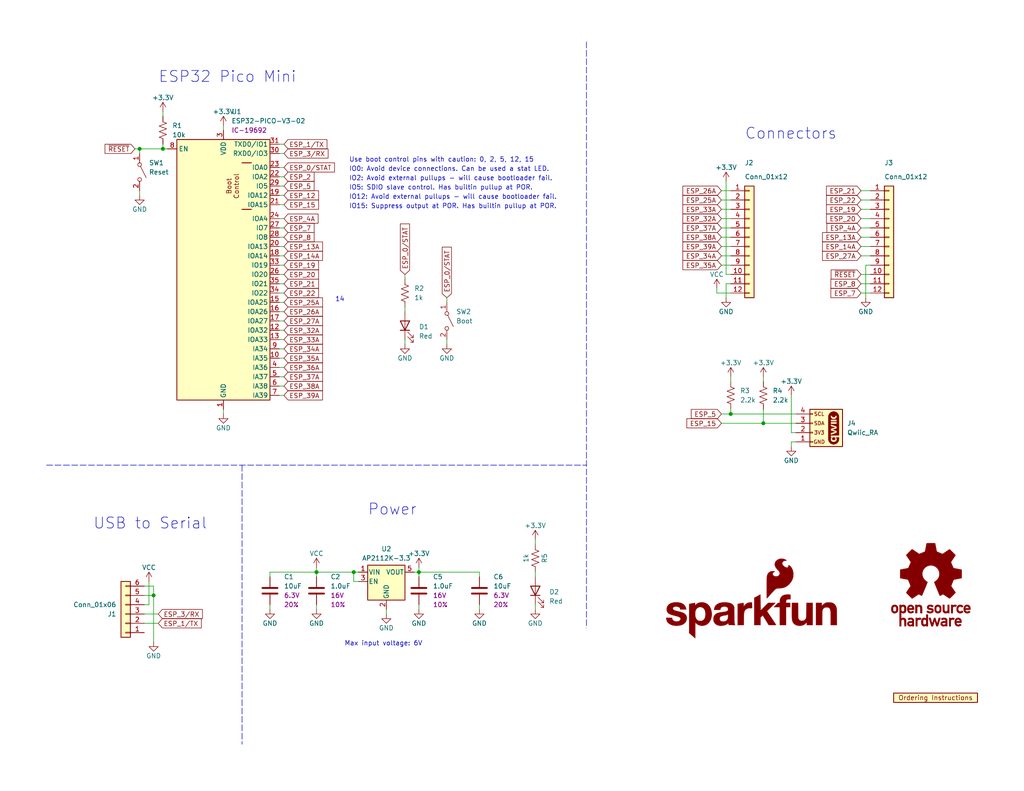
<source format=kicad_sch>
(kicad_sch (version 20230121) (generator eeschema)
  (paper "USLetter")
  (title_block (title "BlueSMiRF - ESP32") (date "2023-07-29") (rev "v10") (comment 1 "Designed by: N. Seidle"))
  (lib_symbols
    (symbol "SparkFun-Aesthetic:OSHW_Logo" (pin_names (offset 1.016)) (in_bom no))
    (symbol "SparkFun-Aesthetic:Ordering_Instructions"
      (symbol "Ordering_Instructions_1_1"
        (text "Ordering Instructions" (at 1.27 0 0) (effects (font (size 1.27 1.27))))
      )
    )
    (symbol "SparkFun-Aesthetic:SparkFun_Logo" (pin_names (offset 1.016)) (on_board no))
    (symbol "SparkFun-Capacitor:1.0uF_0603_16V_10%" (pin_numbers hide) (pin_names (offset 0.254))
      (property "Reference" "C" (at 0.635 2.54 0))
      (property "Value" "1.0uF" (at 0.635 -2.54 0))
      (property "Voltage" "16V" (at 0 -6.35 0))
      (property "Tolerance" "10%" (at 0 -8.89 0))
      (symbol "1.0uF_0603_16V_10%_1_1"
        (pin passive line (at 0 3.81 270) (length 2.794) (name "~") (number "1"))
        (pin passive line (at 0 -3.81 90) (length 2.794) (name "~") (number "2"))
      )
    )
    (symbol "SparkFun-Capacitor:10uF_0603_6.3V_20%" (pin_numbers hide) (pin_names (offset 0.254))
      (property "Reference" "C" (at 0.635 2.54 0))
      (property "Value" "10uF" (at 0.635 -2.54 0))
      (property "Voltage" "6.3V" (at 0 -8.89 0))
      (property "Tolerance" "20%" (at 0 -6.35 0))
      (symbol "10uF_0603_6.3V_20%_1_1"
        (pin passive line (at 0 3.81 270) (length 2.794) (name "~") (number "1"))
        (pin passive line (at 0 -3.81 90) (length 2.794) (name "~") (number "2"))
      )
    )
    (symbol "SparkFun-Connector:Conn_01x06" (pin_names (offset 1.016) hide)
      (property "Reference" "J" (at 0 7.62 0))
      (property "Value" "Conn_01x06" (at 0 -10.16 0))
      (symbol "Conn_01x06_1_1"
        (pin passive line (at -5.08 5.08 0) (length 3.81) (name "Pin_1") (number "1"))
        (pin passive line (at -5.08 2.54 0) (length 3.81) (name "Pin_2") (number "2"))
        (pin passive line (at -5.08 0 0) (length 3.81) (name "Pin_3") (number "3"))
        (pin passive line (at -5.08 -2.54 0) (length 3.81) (name "Pin_4") (number "4"))
        (pin passive line (at -5.08 -5.08 0) (length 3.81) (name "Pin_5") (number "5"))
        (pin passive line (at -5.08 -7.62 0) (length 3.81) (name "Pin_6") (number "6"))
      )
    )
    (symbol "SparkFun-Connector:Conn_01x12" (pin_names (offset 1.016) hide)
      (property "Reference" "J" (at 0 15.24 0))
      (property "Value" "Conn_01x12" (at 0 -17.78 0))
      (symbol "Conn_01x12_1_1"
        (pin passive line (at -5.08 12.7 0) (length 3.81) (name "Pin_1") (number "1"))
        (pin passive line (at -5.08 -10.16 0) (length 3.81) (name "Pin_10") (number "10"))
        (pin passive line (at -5.08 -12.7 0) (length 3.81) (name "Pin_11") (number "11"))
        (pin passive line (at -5.08 -15.24 0) (length 3.81) (name "Pin_12") (number "12"))
        (pin passive line (at -5.08 10.16 0) (length 3.81) (name "Pin_2") (number "2"))
        (pin passive line (at -5.08 7.62 0) (length 3.81) (name "Pin_3") (number "3"))
        (pin passive line (at -5.08 5.08 0) (length 3.81) (name "Pin_4") (number "4"))
        (pin passive line (at -5.08 2.54 0) (length 3.81) (name "Pin_5") (number "5"))
        (pin passive line (at -5.08 0 0) (length 3.81) (name "Pin_6") (number "6"))
        (pin passive line (at -5.08 -2.54 0) (length 3.81) (name "Pin_7") (number "7"))
        (pin passive line (at -5.08 -5.08 0) (length 3.81) (name "Pin_8") (number "8"))
        (pin passive line (at -5.08 -7.62 0) (length 3.81) (name "Pin_9") (number "9"))
      )
    )
    (symbol "SparkFun-Connector:Qwiic_Right_Angle" (pin_names (offset 1.016) hide)
      (property "Reference" "J" (at 0 5.08 0))
      (property "Value" "Qwiic_RA" (at 0 -7.62 0))
      (symbol "Qwiic_Right_Angle_1_1"
        (text "3V3" (at 1.27 -2.54 0) (effects (font (size 1 1))))
        (text "GND" (at 1.27 -5.08 0) (effects (font (size 1 1))))
        (text "SCL" (at 1.27 2.54 0) (effects (font (size 1 1))))
        (text "SDA" (at 1.27 0 0) (effects (font (size 1 1))))
        (pin passive line (at -5.08 -5.08 0) (length 3.81) (name "Pin_1") (number "1"))
        (pin passive line (at -5.08 -2.54 0) (length 3.81) (name "Pin_2") (number "2"))
        (pin passive line (at -5.08 0 0) (length 3.81) (name "Pin_3") (number "3"))
        (pin passive line (at -5.08 2.54 0) (length 3.81) (name "Pin_4") (number "4"))
      )
    )
    (symbol "SparkFun-LED:LED_Red_0603" (pin_numbers hide) (pin_names (offset 1.016) hide)
      (property "Reference" "D" (at 0 2.54 0))
      (property "Value" "Red" (at 0 -2.54 0))
      (symbol "LED_Red_0603_1_1"
        (pin passive line (at -3.81 0 0) (length 2.54) (name "K") (number "1"))
        (pin passive line (at 3.81 0 180) (length 2.54) (name "A") (number "2"))
      )
    )
    (symbol "SparkFun-PowerSymbol:GND" (power) (pin_names (offset 0))
      (property "Value" "GND" (at 0 -3.81 0))
      (symbol "GND_1_1"
        (pin power_in line (at 0 0 270) (length 0) hide (name "GND") (number "1"))
      )
    )
    (symbol "SparkFun-PowerSymbol:VCC" (power) (pin_names (offset 0))
      (property "Value" "VCC" (at 0 3.81 0))
      (symbol "VCC_1_1"
        (pin power_in line (at 0 0 90) (length 0) hide (name "VCC") (number "1"))
      )
    )
    (symbol "SparkFun-RF:ESP32-PICO-V3-02"
      (property "Reference" "U" (at -12.7 33.02 0))
      (property "Value" "ESP32-PICO-V3-02" (at 1.27 33.02 0))
      (property "PROD_ID" "IC-19692" (at -1.27 -59.69 0))
      (symbol "ESP32-PICO-V3-02_1_1"
        (text "Boot\nControl" (at 2.54 19.05 900) (effects (font (size 1.27 1.27))))
        (pin power_in line (at 0 -41.91 90) (length 2.54) (name "GND") (number "1"))
        (pin input line (at 15.24 -27.94 180) (length 2.54) (name "IA35") (number "10"))
        (pin passive line (at 0 -41.91 90) (length 2.54) hide (name "GND") (number "11"))
        (pin bidirectional line (at 15.24 -20.32 180) (length 2.54) (name "IOA32") (number "12"))
        (pin bidirectional line (at 15.24 -22.86 180) (length 2.54) (name "IOA33") (number "13"))
        (pin passive line (at 0 -41.91 90) (length 2.54) hide (name "GND") (number "14"))
        (pin bidirectional line (at 15.24 -12.7 180) (length 2.54) (name "IOA25") (number "15"))
        (pin bidirectional line (at 15.24 -15.24 180) (length 2.54) (name "IOA26") (number "16"))
        (pin bidirectional line (at 15.24 -17.78 180) (length 2.54) (name "IOA27") (number "17"))
        (pin bidirectional line (at 15.24 0 180) (length 2.54) (name "IOA14") (number "18"))
        (pin bidirectional line (at 15.24 16.51 180) (length 2.54) (name "IOA12") (number "19"))
        (pin passive line (at 0 -41.91 90) (length 2.54) hide (name "GND") (number "2"))
        (pin bidirectional line (at 15.24 2.54 180) (length 2.54) (name "IOA13") (number "20"))
        (pin bidirectional line (at 15.24 13.97 180) (length 2.54) (name "IOA15") (number "21"))
        (pin bidirectional line (at 15.24 21.59 180) (length 2.54) (name "IOA2") (number "22"))
        (pin bidirectional line (at 15.24 24.13 180) (length 2.54) (name "IOA0") (number "23"))
        (pin bidirectional line (at 15.24 10.16 180) (length 2.54) (name "IOA4") (number "24"))
        (pin no_connect line (at -12.7 -11.43 0) (length 2.54) hide (name "NC") (number "25"))
        (pin bidirectional line (at 15.24 -5.08 180) (length 2.54) (name "IO20") (number "26"))
        (pin bidirectional line (at 15.24 7.62 180) (length 2.54) (name "IO7") (number "27"))
        (pin bidirectional line (at 15.24 5.08 180) (length 2.54) (name "IO8") (number "28"))
        (pin bidirectional line (at 15.24 19.05 180) (length 2.54) (name "IO5") (number "29"))
        (pin power_in line (at 0 34.29 270) (length 2.54) (name "VDD") (number "3"))
        (pin bidirectional line (at 15.24 27.94 180) (length 2.54) (name "RXD0/IO3") (number "30"))
        (pin bidirectional line (at 15.24 30.48 180) (length 2.54) (name "TXD0/IO1") (number "31"))
        (pin no_connect line (at -12.7 -13.97 0) (length 2.54) hide (name "NC") (number "32"))
        (pin bidirectional line (at 15.24 -2.54 180) (length 2.54) (name "IO19") (number "33"))
        (pin bidirectional line (at 15.24 -10.16 180) (length 2.54) (name "IO22") (number "34"))
        (pin bidirectional line (at 15.24 -7.62 180) (length 2.54) (name "IO21") (number "35"))
        (pin passive line (at 0 -41.91 90) (length 2.54) hide (name "GND") (number "36"))
        (pin passive line (at 0 -41.91 90) (length 2.54) hide (name "GND") (number "37"))
        (pin passive line (at 0 -41.91 90) (length 2.54) hide (name "GND") (number "38"))
        (pin passive line (at 0 -41.91 90) (length 2.54) hide (name "GND") (number "39"))
        (pin input line (at 15.24 -30.48 180) (length 2.54) (name "IA36") (number "4"))
        (pin passive line (at 0 -41.91 90) (length 2.54) hide (name "GND") (number "40"))
        (pin passive line (at 0 -41.91 90) (length 2.54) hide (name "GND") (number "41"))
        (pin passive line (at 0 -41.91 90) (length 2.54) hide (name "GND") (number "42"))
        (pin passive line (at 0 -41.91 90) (length 2.54) hide (name "GND") (number "43"))
        (pin passive line (at 0 -41.91 90) (length 2.54) hide (name "GND") (number "44"))
        (pin passive line (at 0 -41.91 90) (length 2.54) hide (name "GND") (number "45"))
        (pin passive line (at 0 -41.91 90) (length 2.54) hide (name "GND") (number "46"))
        (pin passive line (at 0 -41.91 90) (length 2.54) hide (name "GND") (number "47"))
        (pin passive line (at 0 -41.91 90) (length 2.54) hide (name "GND") (number "48"))
        (pin passive line (at 0 -41.91 90) (length 2.54) hide (name "GND") (number "49.1"))
        (pin passive line (at 0 -41.91 90) (length 2.54) hide (name "GND") (number "49.2"))
        (pin passive line (at 0 -41.91 90) (length 2.54) hide (name "GND") (number "49.3"))
        (pin passive line (at 0 -41.91 90) (length 2.54) hide (name "GND") (number "49.4"))
        (pin passive line (at 0 -41.91 90) (length 2.54) hide (name "GND") (number "49.5"))
        (pin passive line (at 0 -41.91 90) (length 2.54) hide (name "GND") (number "49.6"))
        (pin passive line (at 0 -41.91 90) (length 2.54) hide (name "GND") (number "49.7"))
        (pin passive line (at 0 -41.91 90) (length 2.54) hide (name "GND") (number "49.8"))
        (pin passive line (at 0 -41.91 90) (length 2.54) hide (name "GND") (number "49.9"))
        (pin input line (at 15.24 -33.02 180) (length 2.54) (name "IA37") (number "5"))
        (pin passive line (at 0 -41.91 90) (length 2.54) hide (name "GND") (number "50"))
        (pin passive line (at 0 -41.91 90) (length 2.54) hide (name "GND") (number "51"))
        (pin passive line (at 0 -41.91 90) (length 2.54) hide (name "GND") (number "52"))
        (pin passive line (at 0 -41.91 90) (length 2.54) hide (name "GND") (number "53"))
        (pin input line (at 15.24 -35.56 180) (length 2.54) (name "IA38") (number "6"))
        (pin input line (at 15.24 -38.1 180) (length 2.54) (name "IA39") (number "7"))
        (pin input line (at -15.24 29.21 0) (length 2.54) (name "EN") (number "8"))
        (pin input line (at 15.24 -25.4 180) (length 2.54) (name "IA34") (number "9"))
      )
    )
    (symbol "SparkFun-Regulator:AP2112K-3.3" (pin_names (offset 0.254))
      (property "Reference" "U3" (at 0 8.89 0))
      (property "Value" "AP2112K-3.3" (at 0 6.35 0))
      (symbol "AP2112K-3.3_1_1"
        (pin power_in line (at -7.62 2.54 0) (length 2.54) (name "VIN") (number "1"))
        (pin power_in line (at 0 -7.62 90) (length 2.54) (name "GND") (number "2"))
        (pin input line (at -7.62 0 0) (length 2.54) (name "EN") (number "3"))
        (pin no_connect line (at 5.08 0 180) (length 2.54) hide (name "NC") (number "4"))
        (pin power_out line (at 7.62 2.54 180) (length 2.54) (name "VOUT") (number "5"))
      )
    )
    (symbol "SparkFun-Resistor:10k_0603" (pin_numbers hide) (pin_names (offset 0))
      (property "Reference" "R" (at 2.54 0 90))
      (property "Value" "10k" (at -2.54 0 90))
      (symbol "10k_0603_1_1"
        (pin passive line (at 0 3.81 270) (length 1.27) (name "~") (number "1"))
        (pin passive line (at 0 -3.81 90) (length 1.27) (name "~") (number "2"))
      )
    )
    (symbol "SparkFun-Resistor:1k_0603" (pin_numbers hide) (pin_names (offset 0))
      (property "Reference" "R" (at 2.54 0 90))
      (property "Value" "1k" (at -2.54 0 90))
      (symbol "1k_0603_1_1"
        (pin passive line (at 0 3.81 270) (length 1.27) (name "~") (number "1"))
        (pin passive line (at 0 -3.81 90) (length 1.27) (name "~") (number "2"))
      )
    )
    (symbol "SparkFun-Resistor:2.2k_0603" (pin_numbers hide) (pin_names (offset 0))
      (property "Reference" "R" (at 2.54 0 90))
      (property "Value" "2.2k" (at -2.54 0 90))
      (symbol "2.2k_0603_1_1"
        (pin passive line (at 0 3.81 270) (length 1.27) (name "~") (number "1"))
        (pin passive line (at 0 -3.81 90) (length 1.27) (name "~") (number "2"))
      )
    )
    (symbol "SparkFun-Switch:SPST_Momentary_4.6x2.8mm" (pin_names (offset 0) hide)
      (property "Reference" "SW" (at 0 3.175 0))
      (property "Value" "SPST_Momentary_4.6x2.8mm" (at 0 -2.54 0))
      (symbol "SPST_Momentary_4.6x2.8mm_1_1"
        (pin passive line (at -5.08 0 0) (length 2.54) (name "A") (number "1"))
        (pin passive line (at 5.08 0 180) (length 2.54) (name "B") (number "2"))
      )
    )
    (symbol "power:+3.3V" (power) (pin_names (offset 0))
      (property "Value" "+3.3V" (at 0 3.556 0))
      (symbol "+3.3V_1_1"
        (pin power_in line (at 0 0 90) (length 0) hide (name "+3.3V") (number "1"))
      )
    )
    (symbol "power:GND" (power) (pin_names (offset 0))
      (property "Value" "GND" (at 0 -3.81 0))
      (symbol "GND_1_1"
        (pin power_in line (at 0 0 270) (length 0) hide (name "GND") (number "1"))
      )
    )
  )
  (junction (at 199.39 113.03))
  (junction (at 44.45 40.64))
  (junction (at 114.3 156.21))
  (junction (at 38.1 40.64))
  (junction (at 208.28 115.57))
  (junction (at 41.91 162.56))
  (junction (at 96.52 156.21))
  (junction (at 86.36 156.21))
  (wire (pts (xy 39.37 165.1) (xy 40.64 165.1)))
  (wire (pts (xy 76.2 50.8) (xy 77.47 50.8)))
  (wire (pts (xy 45.72 40.64) (xy 44.45 40.64)))
  (wire (pts (xy 208.28 111.76) (xy 208.28 115.57)))
  (wire (pts (xy 38.1 40.64) (xy 38.1 41.91)))
  (wire (pts (xy 195.58 78.74) (xy 195.58 80.01)))
  (wire (pts (xy 96.52 156.21) (xy 97.79 156.21)))
  (wire (pts (xy 60.96 34.29) (xy 60.96 35.56)))
  (wire (pts (xy 76.2 69.85) (xy 77.47 69.85)))
  (wire (pts (xy 234.95 80.01) (xy 237.49 80.01)))
  (wire (pts (xy 234.95 52.07) (xy 237.49 52.07)))
  (wire (pts (xy 76.2 45.72) (xy 77.47 45.72)))
  (wire (pts (xy 234.95 77.47) (xy 237.49 77.47)))
  (wire (pts (xy 76.2 90.17) (xy 77.47 90.17)))
  (wire (pts (xy 114.3 156.21) (xy 130.81 156.21)))
  (wire (pts (xy 105.41 166.37) (xy 105.41 167.64)))
  (wire (pts (xy 234.95 59.69) (xy 237.49 59.69)))
  (wire (pts (xy 196.85 62.23) (xy 199.39 62.23)))
  (wire (pts (xy 121.92 81.28) (xy 121.92 82.55)))
  (wire (pts (xy 73.66 156.21) (xy 86.36 156.21)))
  (wire (pts (xy 40.64 158.75) (xy 40.64 165.1)))
  (wire (pts (xy 76.2 92.71) (xy 77.47 92.71)))
  (wire (pts (xy 86.36 165.1) (xy 86.36 166.37)))
  (wire (pts (xy 199.39 113.03) (xy 217.17 113.03)))
  (wire (pts (xy 76.2 74.93) (xy 77.47 74.93)))
  (wire (pts (xy 208.28 102.87) (xy 208.28 104.14)))
  (wire (pts (xy 199.39 77.47) (xy 198.12 77.47)))
  (wire (pts (xy 234.95 67.31) (xy 237.49 67.31)))
  (wire (pts (xy 199.39 74.93) (xy 198.12 74.93)))
  (wire (pts (xy 41.91 160.02) (xy 41.91 162.56)))
  (polyline (pts (xy 66.04 127) (xy 66.04 203.2)) (stroke (width 0) (type dash)))
  (wire (pts (xy 76.2 39.37) (xy 77.47 39.37)))
  (wire (pts (xy 76.2 100.33) (xy 77.47 100.33)))
  (wire (pts (xy 196.85 72.39) (xy 199.39 72.39)))
  (wire (pts (xy 38.1 53.34) (xy 38.1 52.07)))
  (wire (pts (xy 196.85 67.31) (xy 199.39 67.31)))
  (wire (pts (xy 76.2 107.95) (xy 77.47 107.95)))
  (wire (pts (xy 110.49 74.93) (xy 110.49 76.2)))
  (wire (pts (xy 76.2 77.47) (xy 77.47 77.47)))
  (wire (pts (xy 76.2 62.23) (xy 77.47 62.23)))
  (wire (pts (xy 76.2 105.41) (xy 77.47 105.41)))
  (wire (pts (xy 73.66 157.48) (xy 73.66 156.21)))
  (wire (pts (xy 41.91 162.56) (xy 41.91 175.26)))
  (wire (pts (xy 234.95 57.15) (xy 237.49 57.15)))
  (wire (pts (xy 76.2 102.87) (xy 77.47 102.87)))
  (wire (pts (xy 195.58 80.01) (xy 199.39 80.01)))
  (wire (pts (xy 44.45 30.48) (xy 44.45 31.75)))
  (wire (pts (xy 76.2 87.63) (xy 77.47 87.63)))
  (wire (pts (xy 76.2 95.25) (xy 77.47 95.25)))
  (wire (pts (xy 236.22 72.39) (xy 236.22 81.28)))
  (wire (pts (xy 86.36 154.94) (xy 86.36 156.21)))
  (wire (pts (xy 234.95 54.61) (xy 237.49 54.61)))
  (wire (pts (xy 76.2 55.88) (xy 77.47 55.88)))
  (wire (pts (xy 39.37 160.02) (xy 41.91 160.02)))
  (wire (pts (xy 234.95 62.23) (xy 237.49 62.23)))
  (wire (pts (xy 146.05 165.1) (xy 146.05 166.37)))
  (wire (pts (xy 196.85 57.15) (xy 199.39 57.15)))
  (wire (pts (xy 199.39 102.87) (xy 199.39 104.14)))
  (wire (pts (xy 196.85 115.57) (xy 208.28 115.57)))
  (wire (pts (xy 76.2 85.09) (xy 77.47 85.09)))
  (wire (pts (xy 36.83 40.64) (xy 38.1 40.64)))
  (wire (pts (xy 86.36 156.21) (xy 86.36 157.48)))
  (wire (pts (xy 97.79 158.75) (xy 96.52 158.75)))
  (wire (pts (xy 130.81 156.21) (xy 130.81 157.48)))
  (wire (pts (xy 76.2 67.31) (xy 77.47 67.31)))
  (wire (pts (xy 114.3 165.1) (xy 114.3 166.37)))
  (wire (pts (xy 76.2 53.34) (xy 77.47 53.34)))
  (wire (pts (xy 76.2 48.26) (xy 77.47 48.26)))
  (wire (pts (xy 39.37 167.64) (xy 43.18 167.64)))
  (wire (pts (xy 196.85 59.69) (xy 199.39 59.69)))
  (wire (pts (xy 96.52 158.75) (xy 96.52 156.21)))
  (wire (pts (xy 44.45 40.64) (xy 44.45 39.37)))
  (wire (pts (xy 196.85 64.77) (xy 199.39 64.77)))
  (wire (pts (xy 196.85 52.07) (xy 199.39 52.07)))
  (wire (pts (xy 196.85 54.61) (xy 199.39 54.61)))
  (wire (pts (xy 60.96 113.03) (xy 60.96 111.76)))
  (wire (pts (xy 199.39 111.76) (xy 199.39 113.03)))
  (wire (pts (xy 76.2 97.79) (xy 77.47 97.79)))
  (wire (pts (xy 114.3 156.21) (xy 114.3 157.48)))
  (wire (pts (xy 114.3 154.94) (xy 114.3 156.21)))
  (wire (pts (xy 198.12 49.53) (xy 198.12 74.93)))
  (wire (pts (xy 39.37 170.18) (xy 43.18 170.18)))
  (wire (pts (xy 76.2 41.91) (xy 77.47 41.91)))
  (wire (pts (xy 76.2 80.01) (xy 77.47 80.01)))
  (wire (pts (xy 39.37 162.56) (xy 41.91 162.56)))
  (wire (pts (xy 196.85 69.85) (xy 199.39 69.85)))
  (wire (pts (xy 76.2 72.39) (xy 77.47 72.39)))
  (wire (pts (xy 130.81 165.1) (xy 130.81 166.37)))
  (wire (pts (xy 237.49 72.39) (xy 236.22 72.39)))
  (wire (pts (xy 76.2 59.69) (xy 77.47 59.69)))
  (wire (pts (xy 215.9 120.65) (xy 215.9 121.92)))
  (polyline (pts (xy 12.7 127) (xy 160.02 127)) (stroke (width 0) (type dash)))
  (wire (pts (xy 208.28 115.57) (xy 217.17 115.57)))
  (wire (pts (xy 146.05 157.48) (xy 146.05 156.21)))
  (wire (pts (xy 73.66 165.1) (xy 73.66 166.37)))
  (wire (pts (xy 86.36 156.21) (xy 96.52 156.21)))
  (wire (pts (xy 196.85 113.03) (xy 199.39 113.03)))
  (wire (pts (xy 198.12 77.47) (xy 198.12 81.28)))
  (wire (pts (xy 76.2 82.55) (xy 77.47 82.55)))
  (wire (pts (xy 110.49 92.71) (xy 110.49 93.98)))
  (wire (pts (xy 38.1 40.64) (xy 44.45 40.64)))
  (wire (pts (xy 217.17 120.65) (xy 215.9 120.65)))
  (wire (pts (xy 113.03 156.21) (xy 114.3 156.21)))
  (wire (pts (xy 215.9 107.95) (xy 215.9 118.11)))
  (wire (pts (xy 234.95 64.77) (xy 237.49 64.77)))
  (wire (pts (xy 234.95 74.93) (xy 237.49 74.93)))
  (wire (pts (xy 121.92 92.71) (xy 121.92 93.98)))
  (wire (pts (xy 234.95 69.85) (xy 237.49 69.85)))
  (polyline (pts (xy 160.02 11.43) (xy 160.02 171.45)) (stroke (width 0) (type dash)))
  (wire (pts (xy 76.2 64.77) (xy 77.47 64.77)))
  (wire (pts (xy 217.17 118.11) (xy 215.9 118.11)))
  (wire (pts (xy 146.05 147.32) (xy 146.05 148.59)))
  (wire (pts (xy 110.49 83.82) (xy 110.49 85.09)))
  (text "USB to Serial\n" (at 25.4 144.78 0) (effects (font (size 3 3)) (justify left bottom)))
  (text "Power\n" (at 100.33 140.97 0) (effects (font (size 3 3)) (justify left bottom)))
  (text "Max input voltage: 6V" (at 93.98 176.53 0) (effects (font (size 1.27 1.27)) (justify left bottom)))
  (text "IO15: Suppress output at POR. Has builtin pullup at POR." (at 95.25 57.15 0) (effects (font (size 1.27 1.27)) (justify left bottom)))
  (text "IO5: SDIO slave control. Has builtin pullup at POR." (at 95.25 52.07 0) (effects (font (size 1.27 1.27)) (justify left bottom)))
  (text "14" (at 91.44 82.55 0) (effects (font (size 1.27 1.27)) (justify left bottom)))
  (text "Connectors\n\n" (at 203.2 43.18 0) (effects (font (size 3 3)) (justify left bottom)))
  (text "IO2: Avoid external pullups - will cause bootloader fail." (at 95.25 49.53 0) (effects (font (size 1.27 1.27)) (justify left bottom)))
  (text "Use boot control pins with caution: 0, 2, 5, 12, 15" (at 95.25 44.45 0) (effects (font (size 1.27 1.27)) (justify left bottom)))
  (text "IO0: Avoid device connections. Can be used a stat LED." (at 95.25 46.99 0) (effects (font (size 1.27 1.27)) (justify left bottom)))
  (text "IO12: Avoid external pullups - will cause bootloader fail." (at 95.25 54.61 0) (effects (font (size 1.27 1.27)) (justify left bottom)))
  (text "ESP32 Pico Mini\n" (at 43.18 22.86 0) (effects (font (size 3 3)) (justify left bottom)))
  (global_label "~{RESET}" (shape input) (at 36.83 40.64 180) (property "Intersheetrefs" "${INTERSHEET_REFS}" (effects hide)))
  (global_label "ESP_1{slash}TX" (shape input) (at 77.47 39.37 0) (property "Intersheetrefs" "${INTERSHEET_REFS}" (effects hide)))
  (global_label "ESP_25A" (shape input) (at 196.85 54.61 180) (property "Intersheetrefs" "${INTERSHEET_REFS}" (effects hide)))
  (global_label "ESP_4A" (shape input) (at 234.95 62.23 180) (property "Intersheetrefs" "${INTERSHEET_REFS}" (effects hide)))
  (global_label "ESP_12" (shape input) (at 77.47 53.34 0) (property "Intersheetrefs" "${INTERSHEET_REFS}" (effects hide)))
  (global_label "ESP_35A" (shape input) (at 77.47 97.79 0) (property "Intersheetrefs" "${INTERSHEET_REFS}" (effects hide)))
  (global_label "ESP_1{slash}TX" (shape input) (at 43.18 170.18 0) (property "Intersheetrefs" "${INTERSHEET_REFS}" (effects hide)))
  (global_label "ESP_39A" (shape input) (at 196.85 67.31 180) (property "Intersheetrefs" "${INTERSHEET_REFS}" (effects hide)))
  (global_label "ESP_36A" (shape input) (at 77.47 100.33 0) (property "Intersheetrefs" "${INTERSHEET_REFS}" (effects hide)))
  (global_label "ESP_32A" (shape input) (at 196.85 59.69 180) (property "Intersheetrefs" "${INTERSHEET_REFS}" (effects hide)))
  (global_label "ESP_33A" (shape input) (at 196.85 57.15 180) (property "Intersheetrefs" "${INTERSHEET_REFS}" (effects hide)))
  (global_label "ESP_2" (shape input) (at 77.47 48.26 0) (property "Intersheetrefs" "${INTERSHEET_REFS}" (effects hide)))
  (global_label "ESP_20" (shape input) (at 77.47 74.93 0) (property "Intersheetrefs" "${INTERSHEET_REFS}" (effects hide)))
  (global_label "ESP_27A" (shape input) (at 77.47 87.63 0) (property "Intersheetrefs" "${INTERSHEET_REFS}" (effects hide)))
  (global_label "ESP_19" (shape input) (at 234.95 57.15 180) (property "Intersheetrefs" "${INTERSHEET_REFS}" (effects hide)))
  (global_label "ESP_15" (shape input) (at 77.47 55.88 0) (property "Intersheetrefs" "${INTERSHEET_REFS}" (effects hide)))
  (global_label "ESP_35A" (shape input) (at 196.85 72.39 180) (property "Intersheetrefs" "${INTERSHEET_REFS}" (effects hide)))
  (global_label "ESP_38A" (shape input) (at 77.47 105.41 0) (property "Intersheetrefs" "${INTERSHEET_REFS}" (effects hide)))
  (global_label "ESP_27A" (shape input) (at 234.95 69.85 180) (property "Intersheetrefs" "${INTERSHEET_REFS}" (effects hide)))
  (global_label "ESP_39A" (shape input) (at 77.47 107.95 0) (property "Intersheetrefs" "${INTERSHEET_REFS}" (effects hide)))
  (global_label "ESP_25A" (shape input) (at 77.47 82.55 0) (property "Intersheetrefs" "${INTERSHEET_REFS}" (effects hide)))
  (global_label "ESP_38A" (shape input) (at 196.85 64.77 180) (property "Intersheetrefs" "${INTERSHEET_REFS}" (effects hide)))
  (global_label "~{RESET}" (shape input) (at 234.95 74.93 180) (property "Intersheetrefs" "${INTERSHEET_REFS}" (effects hide)))
  (global_label "ESP_33A" (shape input) (at 77.47 92.71 0) (property "Intersheetrefs" "${INTERSHEET_REFS}" (effects hide)))
  (global_label "ESP_7" (shape input) (at 234.95 80.01 180) (property "Intersheetrefs" "${INTERSHEET_REFS}" (effects hide)))
  (global_label "ESP_5" (shape input) (at 77.47 50.8 0) (property "Intersheetrefs" "${INTERSHEET_REFS}" (effects hide)))
  (global_label "ESP_22" (shape input) (at 77.47 80.01 0) (property "Intersheetrefs" "${INTERSHEET_REFS}" (effects hide)))
  (global_label "ESP_21" (shape input) (at 234.95 52.07 180) (property "Intersheetrefs" "${INTERSHEET_REFS}" (effects hide)))
  (global_label "ESP_14A" (shape input) (at 234.95 67.31 180) (property "Intersheetrefs" "${INTERSHEET_REFS}" (effects hide)))
  (global_label "ESP_13A" (shape input) (at 77.47 67.31 0) (property "Intersheetrefs" "${INTERSHEET_REFS}" (effects hide)))
  (global_label "ESP_0{slash}STAT" (shape input) (at 110.49 74.93 90) (property "Intersheetrefs" "${INTERSHEET_REFS}" (effects hide)))
  (global_label "ESP_7" (shape input) (at 77.47 62.23 0) (property "Intersheetrefs" "${INTERSHEET_REFS}" (effects hide)))
  (global_label "ESP_19" (shape input) (at 77.47 72.39 0) (property "Intersheetrefs" "${INTERSHEET_REFS}" (effects hide)))
  (global_label "ESP_37A" (shape input) (at 196.85 62.23 180) (property "Intersheetrefs" "${INTERSHEET_REFS}" (effects hide)))
  (global_label "ESP_32A" (shape input) (at 77.47 90.17 0) (property "Intersheetrefs" "${INTERSHEET_REFS}" (effects hide)))
  (global_label "ESP_0{slash}STAT" (shape input) (at 77.47 45.72 0) (property "Intersheetrefs" "${INTERSHEET_REFS}" (effects hide)))
  (global_label "ESP_8" (shape input) (at 77.47 64.77 0) (property "Intersheetrefs" "${INTERSHEET_REFS}" (effects hide)))
  (global_label "ESP_3{slash}RX" (shape input) (at 77.47 41.91 0) (property "Intersheetrefs" "${INTERSHEET_REFS}" (effects hide)))
  (global_label "ESP_5" (shape input) (at 196.85 113.03 180) (property "Intersheetrefs" "${INTERSHEET_REFS}" (effects hide)))
  (global_label "ESP_3{slash}RX" (shape input) (at 43.18 167.64 0) (property "Intersheetrefs" "${INTERSHEET_REFS}" (effects hide)))
  (global_label "ESP_37A" (shape input) (at 77.47 102.87 0) (property "Intersheetrefs" "${INTERSHEET_REFS}" (effects hide)))
  (global_label "ESP_0{slash}STAT" (shape input) (at 121.92 81.28 90) (property "Intersheetrefs" "${INTERSHEET_REFS}" (effects hide)))
  (global_label "ESP_21" (shape input) (at 77.47 77.47 0) (property "Intersheetrefs" "${INTERSHEET_REFS}" (effects hide)))
  (global_label "ESP_26A" (shape input) (at 196.85 52.07 180) (property "Intersheetrefs" "${INTERSHEET_REFS}" (effects hide)))
  (global_label "ESP_22" (shape input) (at 234.95 54.61 180) (property "Intersheetrefs" "${INTERSHEET_REFS}" (effects hide)))
  (global_label "ESP_14A" (shape input) (at 77.47 69.85 0) (property "Intersheetrefs" "${INTERSHEET_REFS}" (effects hide)))
  (global_label "ESP_34A" (shape input) (at 77.47 95.25 0) (property "Intersheetrefs" "${INTERSHEET_REFS}" (effects hide)))
  (global_label "ESP_34A" (shape input) (at 196.85 69.85 180) (property "Intersheetrefs" "${INTERSHEET_REFS}" (effects hide)))
  (global_label "ESP_13A" (shape input) (at 234.95 64.77 180) (property "Intersheetrefs" "${INTERSHEET_REFS}" (effects hide)))
  (global_label "ESP_15" (shape input) (at 196.85 115.57 180) (property "Intersheetrefs" "${INTERSHEET_REFS}" (effects hide)))
  (global_label "ESP_4A" (shape input) (at 77.47 59.69 0) (property "Intersheetrefs" "${INTERSHEET_REFS}" (effects hide)))
  (global_label "ESP_20" (shape input) (at 234.95 59.69 180) (property "Intersheetrefs" "${INTERSHEET_REFS}" (effects hide)))
  (global_label "ESP_8" (shape input) (at 234.95 77.47 180) (property "Intersheetrefs" "${INTERSHEET_REFS}" (effects hide)))
  (global_label "ESP_26A" (shape input) (at 77.47 85.09 0) (property "Intersheetrefs" "${INTERSHEET_REFS}" (effects hide)))
  (symbol (lib_id "SparkFun-Capacitor:1.0uF_0603_16V_10%") (at 114.3 161.29 0) (unit 1)
    (property "Reference" "C5" (at 118.11 157.48 0) (effects (justify left)))
    (property "Value" "1.0uF" (at 118.11 160.02 0) (effects (justify left)))
    (property "Footprint" "SparkFun-Capacitor:C_0603_1608Metric" (effects hide))
    (property "Datasheet" "[link text](https://cdn.sparkfun.com/assets/8/a/4/a/5/Kemet_Capacitor_Datasheet.pdf)" (effects hide))
    (property "PROD_ID" "CAP-13930" (effects hide))
    (property "Voltage" "16V" (at 118.11 162.56 0) (effects (justify left)))
    (property "Tolerance" "10%" (at 118.11 165.1 0) (effects (justify left)))
  )
  (symbol (lib_id "SparkFun-PowerSymbol:VCC") (at 86.36 154.94 0) (unit 1)
    (property "Reference" "#PWR0115" (effects hide))
    (property "Value" "VCC" (at 86.36 151.13 0))
  )
  (symbol (lib_id "SparkFun-Connector:Conn_01x06") (at 34.29 167.64 180) (unit 1)
    (property "Reference" "J1" (at 31.75 167.64 0) (effects (justify left)))
    (property "Value" "Conn_01x06" (at 31.75 165.1 0) (effects (justify left)))
    (property "Footprint" "SparkFun-Connector:1X06" (effects hide))
  )
  (symbol (lib_id "SparkFun-Switch:SPST_Momentary_4.6x2.8mm") (at 121.92 87.63 270) (unit 1)
    (property "Reference" "SW2" (at 124.46 85.09 90) (effects (justify left)))
    (property "Value" "Boot" (at 124.46 87.63 90) (effects (justify left)))
    (property "Footprint" "SparkFun-Switch:Momentary_SMD_4.6x2.8mm" (effects hide))
    (property "PROD_ID" "SWCH-15606" (effects hide))
  )
  (symbol (lib_id "power:GND") (at 105.41 167.64 0) (unit 1)
    (property "Reference" "#PWR0117" (effects hide))
    (property "Value" "GND" (at 105.41 171.45 0))
  )
  (symbol (lib_id "SparkFun-Aesthetic:SparkFun_Logo") (at 204.47 167.64 0) (unit 1) (on_board no)
    (property "Reference" "G1" (effects hide))
    (property "Value" "SparkFun_Logo" (effects hide))
  )
  (symbol (lib_id "power:GND") (at 130.81 166.37 0) (unit 1)
    (property "Reference" "#PWR0120" (effects hide))
    (property "Value" "GND" (at 130.81 170.18 0))
  )
  (symbol (lib_id "power:+3.3V") (at 199.39 102.87 0) (unit 1)
    (property "Reference" "#PWR0116" (effects hide))
    (property "Value" "+3.3V" (at 199.39 99.06 0))
  )
  (symbol (lib_id "power:GND") (at 86.36 166.37 0) (unit 1)
    (property "Reference" "#PWR0114" (effects hide))
    (property "Value" "GND" (at 86.36 170.18 0))
  )
  (symbol (lib_id "SparkFun-Capacitor:10uF_0603_6.3V_20%") (at 73.66 161.29 0) (unit 1)
    (property "Reference" "C1" (at 77.47 157.48 0) (effects (justify left)))
    (property "Value" "10uF" (at 77.47 160.02 0) (effects (justify left)))
    (property "Footprint" "SparkFun-Capacitor:C_0603_1608Metric" (effects hide))
    (property "Datasheet" "[link text](https://cdn.sparkfun.com/assets/8/a/4/a/5/Kemet_Capacitor_Datasheet.pdf)" (effects hide))
    (property "PROD_ID" "CAP-11015" (effects hide))
    (property "Voltage" "6.3V" (at 77.47 162.56 0) (effects (justify left)))
    (property "Tolerance" "20%" (at 77.47 165.1 0) (effects (justify left)))
  )
  (symbol (lib_id "SparkFun-PowerSymbol:VCC") (at 40.64 158.75 0) (unit 1)
    (property "Reference" "#PWR02" (effects hide))
    (property "Value" "VCC" (at 40.64 154.94 0))
  )
  (symbol (lib_id "power:+3.3V") (at 208.28 102.87 0) (unit 1)
    (property "Reference" "#PWR01" (effects hide))
    (property "Value" "+3.3V" (at 208.28 99.06 0))
  )
  (symbol (lib_id "SparkFun-PowerSymbol:GND") (at 38.1 53.34 0) (unit 1)
    (property "Reference" "#PWR0101" (effects hide))
    (property "Value" "GND" (at 38.1 57.15 0))
  )
  (symbol (lib_id "power:+3.3V") (at 146.05 147.32 0) (unit 1)
    (property "Reference" "#PWR03" (effects hide))
    (property "Value" "+3.3V" (at 146.05 143.51 0))
  )
  (symbol (lib_id "SparkFun-RF:ESP32-PICO-V3-02") (at 60.96 69.85 0) (unit 1)
    (property "Reference" "U1" (at 63.1541 30.48 0) (effects (justify left)))
    (property "Value" "ESP32-PICO-V3-02" (at 63.1541 33.02 0) (effects (justify left)))
    (property "Footprint" "SparkFun-RF:ESP32-MINI" (effects hide))
    (property "Datasheet" "https://www.espressif.com/sites/default/files/documentation/esp32-pico-mini-02_datasheet_en.pdf" (effects hide))
    (property "PROD_ID" "IC-19692" (at 63.1541 35.56 0) (effects (justify left)))
  )
  (symbol (lib_id "SparkFun-Capacitor:1.0uF_0603_16V_10%") (at 86.36 161.29 0) (unit 1)
    (property "Reference" "C2" (at 90.17 157.48 0) (effects (justify left)))
    (property "Value" "1.0uF" (at 90.17 160.02 0) (effects (justify left)))
    (property "Footprint" "SparkFun-Capacitor:C_0603_1608Metric" (effects hide))
    (property "Datasheet" "[link text](https://cdn.sparkfun.com/assets/8/a/4/a/5/Kemet_Capacitor_Datasheet.pdf)" (effects hide))
    (property "PROD_ID" "CAP-13930" (effects hide))
    (property "Voltage" "16V" (at 90.17 162.56 0) (effects (justify left)))
    (property "Tolerance" "10%" (at 90.17 165.1 0) (effects (justify left)))
  )
  (symbol (lib_id "SparkFun-Switch:SPST_Momentary_4.6x2.8mm") (at 38.1 46.99 270) (unit 1)
    (property "Reference" "SW1" (at 40.64 44.45 90) (effects (justify left)))
    (property "Value" "Reset" (at 40.64 46.99 90) (effects (justify left)))
    (property "Footprint" "SparkFun-Switch:Momentary_SMD_4.6x2.8mm" (effects hide))
    (property "PROD_ID" "SWCH-15606" (effects hide))
  )
  (symbol (lib_id "SparkFun-Resistor:2.2k_0603") (at 208.28 107.95 0) (unit 1)
    (property "Reference" "R4" (at 210.82 106.68 0) (effects (justify left)))
    (property "Value" "2.2k" (at 210.82 109.22 0) (effects (justify left)))
    (property "Footprint" "SparkFun-Resistor:R_0603_1608Metric" (effects hide))
    (property "Datasheet" "https://www.vishay.com/docs/20035/dcrcwe3.pdf" (effects hide))
    (property "PROD_ID" "RES-08272" (effects hide))
  )
  (symbol (lib_id "SparkFun-Capacitor:10uF_0603_6.3V_20%") (at 130.81 161.29 0) (unit 1)
    (property "Reference" "C6" (at 134.62 157.48 0) (effects (justify left)))
    (property "Value" "10uF" (at 134.62 160.02 0) (effects (justify left)))
    (property "Footprint" "SparkFun-Capacitor:C_0603_1608Metric" (effects hide))
    (property "Datasheet" "[link text](https://cdn.sparkfun.com/assets/8/a/4/a/5/Kemet_Capacitor_Datasheet.pdf)" (effects hide))
    (property "PROD_ID" "CAP-11015" (effects hide))
    (property "Voltage" "6.3V" (at 134.62 162.56 0) (effects (justify left)))
    (property "Tolerance" "20%" (at 134.62 165.1 0) (effects (justify left)))
  )
  (symbol (lib_id "power:+3.3V") (at 198.12 49.53 0) (unit 1)
    (property "Reference" "#PWR0112" (effects hide))
    (property "Value" "+3.3V" (at 198.12 45.72 0))
  )
  (symbol (lib_id "SparkFun-Connector:Conn_01x12") (at 204.47 64.77 0) (unit 1)
    (property "Reference" "J2" (at 203.2 44.45 0) (effects (justify left)))
    (property "Value" "Conn_01x12" (at 203.2 48.26 0) (effects (justify left)))
    (property "Footprint" "SparkFun-Connector:1X12" (effects hide))
  )
  (symbol (lib_id "SparkFun-Resistor:1k_0603") (at 110.49 80.01 0) (unit 1)
    (property "Reference" "R2" (at 113.03 78.74 0) (effects (justify left)))
    (property "Value" "1k" (at 113.03 81.28 0) (effects (justify left)))
    (property "Footprint" "SparkFun-Resistor:R_0603_1608Metric" (effects hide))
    (property "Datasheet" "https://www.vishay.com/docs/20035/dcrcwe3.pdf" (effects hide))
    (property "PROD_ID" "RES-07856" (effects hide))
  )
  (symbol (lib_id "SparkFun-LED:LED_Red_0603") (at 146.05 161.29 90) (unit 1)
    (property "Reference" "D2" (at 149.86 161.6075 90) (effects (justify right)))
    (property "Value" "Red" (at 149.86 164.1475 90) (effects (justify right)))
    (property "Footprint" "SparkFun-LED:LED_0603_1608Metric" (effects hide))
    (property "PROD_ID" "DIO-00819" (effects hide))
  )
  (symbol (lib_id "power:+3.3V") (at 44.45 30.48 0) (unit 1)
    (property "Reference" "#PWR0102" (effects hide))
    (property "Value" "+3.3V" (at 44.45 26.67 0))
  )
  (symbol (lib_id "power:GND") (at 60.96 113.03 0) (unit 1)
    (property "Reference" "#PWR0103" (effects hide))
    (property "Value" "GND" (at 60.96 116.84 0))
  )
  (symbol (lib_id "SparkFun-PowerSymbol:GND") (at 236.22 81.28 0) (unit 1)
    (property "Reference" "#PWR0107" (effects hide))
    (property "Value" "GND" (at 236.22 85.09 0))
  )
  (symbol (lib_id "SparkFun-Regulator:AP2112K-3.3") (at 105.41 158.75 0) (unit 1)
    (property "Reference" "U2" (at 105.41 149.86 0))
    (property "Value" "AP2112K-3.3" (at 105.41 152.4 0))
    (property "Footprint" "SparkFun-Semiconductor-Standard:SOT23-5" (effects hide))
    (property "Datasheet" "https://www.diodes.com/assets/Datasheets/AP2112.pdf" (effects hide))
    (property "PROD_ID" "VREG-12457" (effects hide))
  )
  (symbol (lib_id "SparkFun-PowerSymbol:GND") (at 110.49 93.98 0) (unit 1)
    (property "Reference" "#PWR0106" (effects hide))
    (property "Value" "GND" (at 110.49 97.79 0))
  )
  (symbol (lib_id "power:+3.3V") (at 60.96 34.29 0) (unit 1)
    (property "Reference" "#PWR0104" (effects hide))
    (property "Value" "+3.3V" (at 60.96 30.48 0))
  )
  (symbol (lib_id "SparkFun-Resistor:2.2k_0603") (at 199.39 107.95 0) (unit 1)
    (property "Reference" "R3" (at 201.93 106.68 0) (effects (justify left)))
    (property "Value" "2.2k" (at 201.93 109.22 0) (effects (justify left)))
    (property "Footprint" "SparkFun-Resistor:R_0603_1608Metric" (effects hide))
    (property "Datasheet" "https://www.vishay.com/docs/20035/dcrcwe3.pdf" (effects hide))
    (property "PROD_ID" "RES-08272" (effects hide))
  )
  (symbol (lib_id "SparkFun-LED:LED_Red_0603") (at 110.49 88.9 90) (unit 1)
    (property "Reference" "D1" (at 114.3 89.2175 90) (effects (justify right)))
    (property "Value" "Red" (at 114.3 91.7575 90) (effects (justify right)))
    (property "Footprint" "SparkFun-LED:LED_0603_1608Metric" (effects hide))
    (property "Datasheet" "https://docs.broadcom.com/docs/AV02-0551EN" (effects hide))
    (property "PROD_ID" "DIO-00819" (effects hide))
  )
  (symbol (lib_id "power:GND") (at 146.05 166.37 0) (unit 1)
    (property "Reference" "#PWR04" (effects hide))
    (property "Value" "GND" (at 146.05 170.18 0))
  )
  (symbol (lib_id "SparkFun-PowerSymbol:GND") (at 215.9 121.92 0) (unit 1)
    (property "Reference" "#PWR0124" (effects hide))
    (property "Value" "GND" (at 215.9 125.73 0))
  )
  (symbol (lib_id "SparkFun-PowerSymbol:VCC") (at 195.58 78.74 0) (unit 1)
    (property "Reference" "#PWR0108" (effects hide))
    (property "Value" "VCC" (at 195.58 74.93 0))
  )
  (symbol (lib_id "power:GND") (at 114.3 166.37 0) (unit 1)
    (property "Reference" "#PWR0119" (effects hide))
    (property "Value" "GND" (at 114.3 170.18 0))
  )
  (symbol (lib_id "SparkFun-Aesthetic:OSHW_Logo") (at 254 163.83 0) (unit 1) (in_bom no)
    (property "Reference" "G2" (effects hide))
    (property "Value" "OSHW_Logo" (effects hide))
    (property "Footprint" "SparkFun-Aesthetic:Creative_Commons_License" (effects hide))
  )
  (symbol (lib_id "SparkFun-Connector:Qwiic_Right_Angle") (at 222.25 115.57 0) (unit 1)
    (property "Reference" "J4" (at 231.14 115.57 0) (effects (justify left)))
    (property "Value" "Qwiic_RA" (at 231.14 118.11 0) (effects (justify left)))
    (property "Footprint" "SparkFun-Connector:JST04_1MM_RA" (effects hide))
    (property "PROD_ID" "CONN-13694" (effects hide))
  )
  (symbol (lib_id "SparkFun-Connector:Conn_01x12") (at 242.57 64.77 0) (unit 1)
    (property "Reference" "J3" (at 241.3 44.45 0) (effects (justify left)))
    (property "Value" "Conn_01x12" (at 241.3 48.26 0) (effects (justify left)))
    (property "Footprint" "SparkFun-Connector:1X12" (effects hide))
  )
  (symbol (lib_id "SparkFun-PowerSymbol:GND") (at 198.12 81.28 0) (unit 1)
    (property "Reference" "#PWR0109" (effects hide))
    (property "Value" "GND" (at 198.12 85.09 0))
  )
  (symbol (lib_id "SparkFun-PowerSymbol:GND") (at 121.92 93.98 0) (unit 1)
    (property "Reference" "#PWR0105" (effects hide))
    (property "Value" "GND" (at 121.92 97.79 0))
  )
  (symbol (lib_id "SparkFun-Resistor:1k_0603") (at 146.05 152.4 0) (unit 1)
    (property "Reference" "R5" (at 148.59 152.4 90))
    (property "Value" "1k" (at 143.51 152.4 90))
    (property "Footprint" "SparkFun-Resistor:R_0603_1608Metric" (effects hide))
    (property "PROD_ID" "RES-07856" (effects hide))
  )
  (symbol (lib_id "power:+3.3V") (at 114.3 154.94 0) (unit 1)
    (property "Reference" "#PWR0118" (effects hide))
    (property "Value" "+3.3V" (at 114.3 151.13 0))
  )
  (symbol (lib_id "power:GND") (at 73.66 166.37 0) (unit 1)
    (property "Reference" "#PWR0113" (effects hide))
    (property "Value" "GND" (at 73.66 170.18 0))
  )
  (symbol (lib_id "power:+3.3V") (at 215.9 107.95 0) (unit 1)
    (property "Reference" "#PWR0121" (effects hide))
    (property "Value" "+3.3V" (at 215.9 104.14 0))
  )
  (symbol (lib_id "SparkFun-PowerSymbol:GND") (at 41.91 175.26 0) (unit 1)
    (property "Reference" "#PWR0111" (effects hide))
    (property "Value" "GND" (at 41.91 179.07 0))
  )
  (symbol (lib_id "SparkFun-Resistor:10k_0603") (at 44.45 35.56 0) (unit 1)
    (property "Reference" "R1" (at 46.99 34.29 0) (effects (justify left)))
    (property "Value" "10k" (at 46.99 36.83 0) (effects (justify left)))
    (property "Footprint" "SparkFun-Resistor:R_0603_1608Metric" (effects hide))
    (property "Datasheet" "https://www.vishay.com/docs/20035/dcrcwe3.pdf" (effects hide))
    (property "PROD_ID" "RES-00824" (effects hide))
  )
  (symbol (lib_id "SparkFun-Aesthetic:Ordering_Instructions") (at 254 190.5 0) (unit 1)
    (property "Reference" "U3" (effects hide))
    (property "Footprint" "SparkFun-Aesthetic:Ordering_Instructions" (effects hide))
  )
)
</source>
